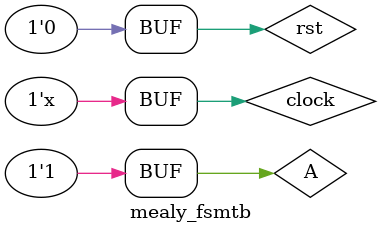
<source format=v>
`timescale 1ns/1ps

module mealy_fsm (input_A, clk, output_Y, reset);
input input_A, clk, reset;
output reg output_Y;

parameter S0 = 2'b00, S1 = 2'b01, S2 = 2'b10;

reg [1:0] current_state;

always @(posedge clk, posedge reset)
begin

  if(reset) begin
    current_state <= S0;
    output_Y <= 0;
    end

  else begin
    case(current_state)
    S0: begin
        if(input_A) begin
          current_state <= S2;
          output_Y <= 0;
          end

        else begin
          current_state <= S1;
          output_Y <= 0;
          end
        end

    S1: begin
        if(input_A) begin
          current_state <= S2;
          output_Y <= 1;
          end

        else begin
          current_state <= S1;
          output_Y <= 0;
          end
        end

    S2: begin
        if(input_A) begin
          current_state <= S2;
          output_Y <= 0;
          end

        else begin
          current_state <= S1;
          output_Y <= 1;
          end
        end

    default:begin
            current_state <= S0;
            output_Y <= 0;
            end
    endcase
  end
end
endmodule // mealy_fsm

//Testbench for the mealy_fsm.
module mealy_fsmtb;

wire Y;
reg A, rst, clock;

mealy_fsm uut (A, clock, Y, rst);

  initial begin

    $dumpfile ("mealy_fsm_out.vcd");
    $dumpvars(0,mealy_fsmtb);

    //These initial statements are very important- without which the next always block
    //will not work

    rst = 1;
    clock = 0;
    #50

    //each test case for input-output has been covered below
    rst = 0;  A = 0;  #10;
    rst = 0;  A = 0;  #10;
    rst = 0;  A = 1;  #10;
    rst = 0;  A = 1;  #10;
    rst = 0;  A = 0;  #10;
    rst = 1;  A = 1;  #10;
    rst = 0;  A = 1;  #10;

  end

always
#5 clock=~clock;

endmodule

</source>
